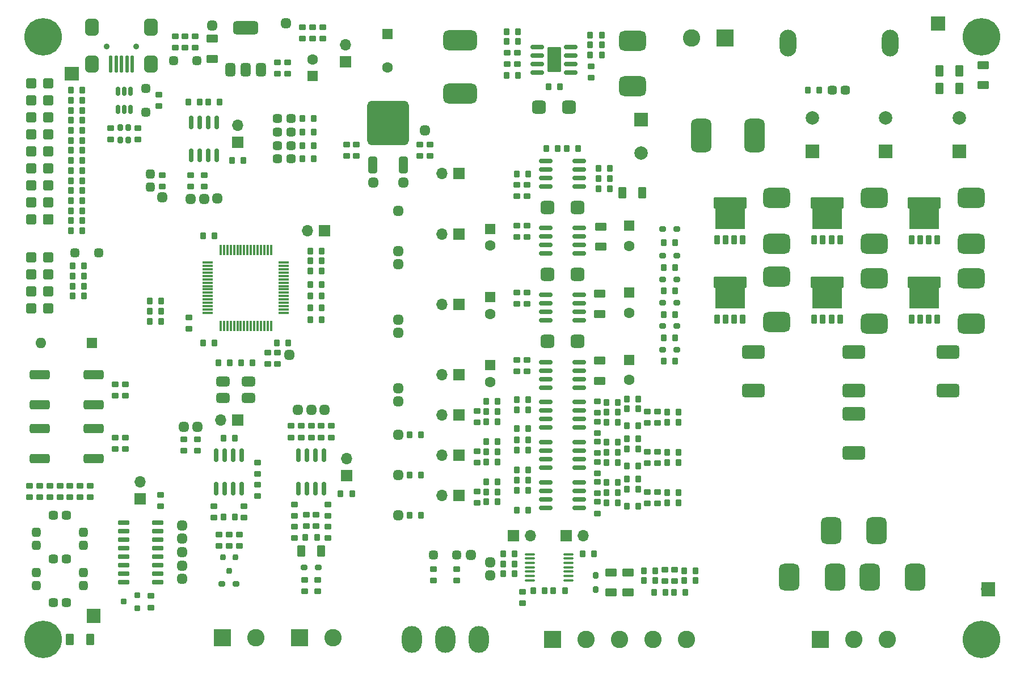
<source format=gbr>
%TF.GenerationSoftware,KiCad,Pcbnew,8.0.4*%
%TF.CreationDate,2024-09-01T17:29:22+03:00*%
%TF.ProjectId,STM32_Motor_Kit_v0.1,53544d33-325f-44d6-9f74-6f725f4b6974,rev?*%
%TF.SameCoordinates,Original*%
%TF.FileFunction,Soldermask,Top*%
%TF.FilePolarity,Negative*%
%FSLAX45Y45*%
G04 Gerber Fmt 4.5, Leading zero omitted, Abs format (unit mm)*
G04 Created by KiCad (PCBNEW 8.0.4) date 2024-09-01 17:29:22*
%MOMM*%
%LPD*%
G01*
G04 APERTURE LIST*
G04 Aperture macros list*
%AMRoundRect*
0 Rectangle with rounded corners*
0 $1 Rounding radius*
0 $2 $3 $4 $5 $6 $7 $8 $9 X,Y pos of 4 corners*
0 Add a 4 corners polygon primitive as box body*
4,1,4,$2,$3,$4,$5,$6,$7,$8,$9,$2,$3,0*
0 Add four circle primitives for the rounded corners*
1,1,$1+$1,$2,$3*
1,1,$1+$1,$4,$5*
1,1,$1+$1,$6,$7*
1,1,$1+$1,$8,$9*
0 Add four rect primitives between the rounded corners*
20,1,$1+$1,$2,$3,$4,$5,0*
20,1,$1+$1,$4,$5,$6,$7,0*
20,1,$1+$1,$6,$7,$8,$9,0*
20,1,$1+$1,$8,$9,$2,$3,0*%
%AMFreePoly0*
4,1,21,3.024497,2.399497,3.045000,2.350000,3.045000,-2.350000,3.024497,-2.399497,2.975000,-2.420000,1.425000,-2.420000,1.375503,-2.399497,1.355000,-2.350000,1.355000,-2.170000,-1.650000,-2.170000,-1.699497,-2.149497,-1.720000,-2.100000,-1.720000,2.100000,-1.699497,2.149497,-1.650000,2.170000,1.355000,2.170000,1.355000,2.350000,1.375503,2.399497,1.425000,2.420000,2.975000,2.420000,
3.024497,2.399497,3.024497,2.399497,$1*%
%AMFreePoly1*
4,1,25,-0.800000,0.400000,-0.780423,0.523607,-0.723607,0.635114,-0.635114,0.723607,-0.523607,0.780423,-0.400000,0.800000,0.400000,0.800000,0.523607,0.780423,0.635114,0.723607,0.723607,0.635114,0.780423,0.523607,0.800000,0.400000,0.800000,-0.400000,0.780423,-0.523607,0.723607,-0.635114,0.635114,-0.723607,0.523607,-0.780423,0.400000,-0.800000,-0.400000,-0.800000,-0.523607,-0.780423,
-0.635114,-0.723607,-0.723607,-0.635114,-0.780423,-0.523607,-0.800000,-0.400000,-0.800000,0.400000,-0.800000,0.400000,$1*%
G04 Aperture macros list end*
%ADD10C,0.100000*%
%ADD11RoundRect,0.180000X-0.270000X-0.320000X0.270000X-0.320000X0.270000X0.320000X-0.270000X0.320000X0*%
%ADD12RoundRect,0.325000X0.325000X0.325000X-0.325000X0.325000X-0.325000X-0.325000X0.325000X-0.325000X0*%
%ADD13RoundRect,0.180000X-0.320000X0.270000X-0.320000X-0.270000X0.320000X-0.270000X0.320000X0.270000X0*%
%ADD14R,1.700000X1.700000*%
%ADD15O,1.700000X1.700000*%
%ADD16RoundRect,0.150000X0.825000X0.150000X-0.825000X0.150000X-0.825000X-0.150000X0.825000X-0.150000X0*%
%ADD17RoundRect,0.499500X-0.250500X-0.250500X0.250500X-0.250500X0.250500X0.250500X-0.250500X0.250500X0*%
%ADD18RoundRect,0.180000X0.270000X0.320000X-0.270000X0.320000X-0.270000X-0.320000X0.270000X-0.320000X0*%
%ADD19RoundRect,0.162500X-0.162500X0.487500X-0.162500X-0.487500X0.162500X-0.487500X0.162500X0.487500X0*%
%ADD20RoundRect,0.200000X0.200000X0.300000X-0.200000X0.300000X-0.200000X-0.300000X0.200000X-0.300000X0*%
%ADD21R,1.600000X1.600000*%
%ADD22C,1.600000*%
%ADD23RoundRect,0.180000X0.320000X-0.270000X0.320000X0.270000X-0.320000X0.270000X-0.320000X-0.270000X0*%
%ADD24RoundRect,0.325000X0.337500X0.325000X-0.337500X0.325000X-0.337500X-0.325000X0.337500X-0.325000X0*%
%ADD25RoundRect,0.210000X-0.210000X-0.485000X0.210000X-0.485000X0.210000X0.485000X-0.210000X0.485000X0*%
%ADD26FreePoly0,90.000000*%
%ADD27RoundRect,0.400000X0.400000X0.400000X-0.400000X0.400000X-0.400000X-0.400000X0.400000X-0.400000X0*%
%ADD28C,0.800000*%
%ADD29C,5.600000*%
%ADD30RoundRect,0.325000X-0.325000X-0.325000X0.325000X-0.325000X0.325000X0.325000X-0.325000X0.325000X0*%
%ADD31RoundRect,0.325000X-0.337500X-0.325000X0.337500X-0.325000X0.337500X0.325000X-0.337500X0.325000X0*%
%ADD32RoundRect,0.499500X0.250500X0.250500X-0.250500X0.250500X-0.250500X-0.250500X0.250500X-0.250500X0*%
%ADD33RoundRect,0.350000X-1.150000X-0.350000X1.150000X-0.350000X1.150000X0.350000X-1.150000X0.350000X0*%
%ADD34RoundRect,0.200000X-0.300000X-0.200000X0.300000X-0.200000X0.300000X0.200000X-0.300000X0.200000X0*%
%ADD35RoundRect,0.240000X-0.610000X0.360000X-0.610000X-0.360000X0.610000X-0.360000X0.610000X0.360000X0*%
%ADD36R,2.000000X2.000000*%
%ADD37C,2.000000*%
%ADD38RoundRect,0.750000X-1.250000X-0.750000X1.250000X-0.750000X1.250000X0.750000X-1.250000X0.750000X0*%
%ADD39RoundRect,0.150000X-0.825000X-0.150000X0.825000X-0.150000X0.825000X0.150000X-0.825000X0.150000X0*%
%ADD40RoundRect,0.499500X-0.250500X0.250500X-0.250500X-0.250500X0.250500X-0.250500X0.250500X0.250500X0*%
%ADD41RoundRect,0.240000X-0.360000X-0.610000X0.360000X-0.610000X0.360000X0.610000X-0.360000X0.610000X0*%
%ADD42O,1.600000X1.600000*%
%ADD43RoundRect,0.750000X0.750000X-1.250000X0.750000X1.250000X-0.750000X1.250000X-0.750000X-1.250000X0*%
%ADD44RoundRect,0.375000X0.625000X0.375000X-0.625000X0.375000X-0.625000X-0.375000X0.625000X-0.375000X0*%
%ADD45RoundRect,0.325000X0.325000X-0.325000X0.325000X0.325000X-0.325000X0.325000X-0.325000X-0.325000X0*%
%ADD46RoundRect,0.400000X-1.300000X0.600000X-1.300000X-0.600000X1.300000X-0.600000X1.300000X0.600000X0*%
%ADD47C,0.900000*%
%ADD48RoundRect,0.125000X0.125000X1.125000X-0.125000X1.125000X-0.125000X-1.125000X0.125000X-1.125000X0*%
%ADD49RoundRect,0.500000X0.500000X0.750000X-0.500000X0.750000X-0.500000X-0.750000X0.500000X-0.750000X0*%
%ADD50RoundRect,0.325000X0.325000X-0.337500X0.325000X0.337500X-0.325000X0.337500X-0.325000X-0.337500X0*%
%ADD51R,2.600000X2.600000*%
%ADD52C,2.600000*%
%ADD53RoundRect,0.750000X0.750000X1.750000X-0.750000X1.750000X-0.750000X-1.750000X0.750000X-1.750000X0*%
%ADD54RoundRect,0.100000X-0.637500X-0.100000X0.637500X-0.100000X0.637500X0.100000X-0.637500X0.100000X0*%
%ADD55O,2.500000X4.000000*%
%ADD56RoundRect,0.500000X0.550000X0.500000X-0.550000X0.500000X-0.550000X-0.500000X0.550000X-0.500000X0*%
%ADD57RoundRect,0.499500X0.250500X-0.250500X0.250500X0.250500X-0.250500X0.250500X-0.250500X-0.250500X0*%
%ADD58RoundRect,0.200000X-0.200000X0.250000X-0.200000X-0.250000X0.200000X-0.250000X0.200000X0.250000X0*%
%ADD59RoundRect,0.150000X-0.150000X0.825000X-0.150000X-0.825000X0.150000X-0.825000X0.150000X0.825000X0*%
%ADD60RoundRect,0.150000X-0.725000X-0.150000X0.725000X-0.150000X0.725000X0.150000X-0.725000X0.150000X0*%
%ADD61RoundRect,0.500000X-0.550000X-0.500000X0.550000X-0.500000X0.550000X0.500000X-0.550000X0.500000X0*%
%ADD62RoundRect,0.375000X0.375000X-0.625000X0.375000X0.625000X-0.375000X0.625000X-0.375000X-0.625000X0*%
%ADD63RoundRect,0.500000X1.400000X-0.500000X1.400000X0.500000X-1.400000X0.500000X-1.400000X-0.500000X0*%
%ADD64RoundRect,0.350000X0.350000X-0.900000X0.350000X0.900000X-0.350000X0.900000X-0.350000X-0.900000X0*%
%ADD65RoundRect,0.620000X2.480000X-2.680000X2.480000X2.680000X-2.480000X2.680000X-2.480000X-2.680000X0*%
%ADD66RoundRect,0.075000X0.075000X-0.700000X0.075000X0.700000X-0.075000X0.700000X-0.075000X-0.700000X0*%
%ADD67RoundRect,0.075000X0.700000X-0.075000X0.700000X0.075000X-0.700000X0.075000X-0.700000X-0.075000X0*%
%ADD68FreePoly1,180.000000*%
%ADD69RoundRect,0.750000X1.750000X-0.750000X1.750000X0.750000X-1.750000X0.750000X-1.750000X-0.750000X0*%
%ADD70O,3.000000X4.000000*%
%ADD71RoundRect,0.200000X0.800000X1.700000X-0.800000X1.700000X-0.800000X-1.700000X0.800000X-1.700000X0*%
%ADD72RoundRect,0.200000X-0.200000X0.300000X-0.200000X-0.300000X0.200000X-0.300000X0.200000X0.300000X0*%
%ADD73RoundRect,0.750000X1.250000X0.750000X-1.250000X0.750000X-1.250000X-0.750000X1.250000X-0.750000X0*%
%ADD74RoundRect,0.200000X0.250000X0.200000X-0.250000X0.200000X-0.250000X-0.200000X0.250000X-0.200000X0*%
%ADD75RoundRect,0.240000X0.610000X-0.360000X0.610000X0.360000X-0.610000X0.360000X-0.610000X-0.360000X0*%
G04 APERTURE END LIST*
D10*
%TO.C,FID4*%
X19700000Y-13850000D02*
X19500000Y-13850000D01*
X19500000Y-13650000D01*
X19700000Y-13650000D01*
X19700000Y-13850000D01*
G36*
X19700000Y-13850000D02*
G01*
X19500000Y-13850000D01*
X19500000Y-13650000D01*
X19700000Y-13650000D01*
X19700000Y-13850000D01*
G37*
%TO.C,FID2*%
X18950000Y-5400000D02*
X18750000Y-5400000D01*
X18750000Y-5200000D01*
X18950000Y-5200000D01*
X18950000Y-5400000D01*
G36*
X18950000Y-5400000D02*
G01*
X18750000Y-5400000D01*
X18750000Y-5200000D01*
X18950000Y-5200000D01*
X18950000Y-5400000D01*
G37*
%TO.C,FID1*%
X6025000Y-6150000D02*
X5825000Y-6150000D01*
X5825000Y-5950000D01*
X6025000Y-5950000D01*
X6025000Y-6150000D01*
G36*
X6025000Y-6150000D02*
G01*
X5825000Y-6150000D01*
X5825000Y-5950000D01*
X6025000Y-5950000D01*
X6025000Y-6150000D01*
G37*
%TO.C,FID3*%
X6350000Y-14250000D02*
X6150000Y-14250000D01*
X6150000Y-14050000D01*
X6350000Y-14050000D01*
X6350000Y-14250000D01*
G36*
X6350000Y-14250000D02*
G01*
X6150000Y-14250000D01*
X6150000Y-14050000D01*
X6350000Y-14050000D01*
X6350000Y-14250000D01*
G37*
%TD*%
D11*
%TO.C,R50*%
X14765000Y-9650000D03*
X14935000Y-9650000D03*
%TD*%
D12*
%TO.C,D9*%
X6325000Y-8725000D03*
X5975000Y-8725000D03*
%TD*%
D13*
%TO.C,R24*%
X8425000Y-12940000D03*
X8425000Y-13110000D03*
%TD*%
D14*
%TO.C,JP13*%
X10025000Y-12052500D03*
D15*
X10025000Y-11798500D03*
%TD*%
D16*
%TO.C,U3*%
X13497500Y-7740500D03*
X13497500Y-7613500D03*
X13497500Y-7486500D03*
X13497500Y-7359500D03*
X13002500Y-7359500D03*
X13002500Y-7486500D03*
X13002500Y-7613500D03*
X13002500Y-7740500D03*
%TD*%
D17*
%TO.C,TP6*%
X11200000Y-6900000D03*
%TD*%
D18*
%TO.C,R106*%
X6085000Y-8250000D03*
X5915000Y-8250000D03*
%TD*%
D19*
%TO.C,U17*%
X6805000Y-6315000D03*
X6710000Y-6315000D03*
X6615000Y-6315000D03*
X6615000Y-6585000D03*
X6710000Y-6585000D03*
X6805000Y-6585000D03*
%TD*%
D11*
%TO.C,R63*%
X10965000Y-12050000D03*
X11135000Y-12050000D03*
%TD*%
D13*
%TO.C,C95*%
X9750000Y-12815000D03*
X9750000Y-12985000D03*
%TD*%
D20*
%TO.C,L3*%
X6770000Y-7040000D03*
X6770000Y-6860000D03*
X6650000Y-6860000D03*
X6650000Y-7040000D03*
%TD*%
D21*
%TO.C,C57*%
X14245000Y-10325000D03*
D22*
X14245000Y-10625000D03*
%TD*%
D18*
%TO.C,C2*%
X8285000Y-10375000D03*
X8115000Y-10375000D03*
%TD*%
D23*
%TO.C,R80*%
X9350000Y-11485000D03*
X9350000Y-11315000D03*
%TD*%
D24*
%TO.C,D38*%
X5850000Y-12650000D03*
X5650000Y-12650000D03*
%TD*%
D18*
%TO.C,C17*%
X13180000Y-7170000D03*
X13010000Y-7170000D03*
%TD*%
%TO.C,C111*%
X12735000Y-11075000D03*
X12565000Y-11075000D03*
%TD*%
D25*
%TO.C,Q6*%
X18459000Y-9717000D03*
X18586000Y-9717000D03*
X18714000Y-9717000D03*
X18841000Y-9717000D03*
D26*
X18650000Y-9390000D03*
%TD*%
D14*
%TO.C,JP4*%
X8402500Y-11225000D03*
D15*
X8148500Y-11225000D03*
%TD*%
D11*
%TO.C,R32*%
X14810000Y-12460000D03*
X14980000Y-12460000D03*
%TD*%
D21*
%TO.C,C43*%
X12170000Y-8369489D03*
D22*
X12170000Y-8619489D03*
%TD*%
D27*
%TO.C,J2*%
X5573500Y-9555000D03*
X5319500Y-9555000D03*
X5573500Y-9301000D03*
X5319500Y-9301000D03*
X5573500Y-9047000D03*
X5319500Y-9047000D03*
X5573500Y-8793000D03*
X5319500Y-8793000D03*
%TD*%
D13*
%TO.C,C28*%
X12425000Y-5740000D03*
X12425000Y-5910000D03*
%TD*%
D11*
%TO.C,C89*%
X15065000Y-13475000D03*
X15235000Y-13475000D03*
%TD*%
%TO.C,R9*%
X12565000Y-7550000D03*
X12735000Y-7550000D03*
%TD*%
D23*
%TO.C,C102*%
X6575000Y-11660000D03*
X6575000Y-11490000D03*
%TD*%
D28*
%TO.C,H2*%
X19280000Y-5500000D03*
X19350000Y-5350000D03*
X19350000Y-5650000D03*
X19500000Y-5280000D03*
D29*
X19500000Y-5500000D03*
D28*
X19500000Y-5720000D03*
X19650000Y-5350000D03*
X19650000Y-5650000D03*
X19720000Y-5500000D03*
%TD*%
D30*
%TO.C,D3*%
X7445000Y-5855000D03*
X7795000Y-5855000D03*
%TD*%
D18*
%TO.C,R12*%
X12585000Y-6075000D03*
X12415000Y-6075000D03*
%TD*%
D11*
%TO.C,C69*%
X14210000Y-11660000D03*
X14380000Y-11660000D03*
%TD*%
%TO.C,C87*%
X13550000Y-13225000D03*
X13720000Y-13225000D03*
%TD*%
D31*
%TO.C,D8*%
X9000000Y-6725000D03*
X9200000Y-6725000D03*
%TD*%
D32*
%TO.C,TP18*%
X12175000Y-13350000D03*
%TD*%
D11*
%TO.C,C107*%
X14210000Y-10910000D03*
X14380000Y-10910000D03*
%TD*%
D17*
%TO.C,TP33*%
X7275000Y-7900000D03*
%TD*%
D23*
%TO.C,R53*%
X13770000Y-11420000D03*
X13770000Y-11250000D03*
%TD*%
D18*
%TO.C,C35*%
X6110000Y-9375000D03*
X5940000Y-9375000D03*
%TD*%
D23*
%TO.C,C27*%
X11125000Y-7285000D03*
X11125000Y-7115000D03*
%TD*%
D18*
%TO.C,R68*%
X12285000Y-11250000D03*
X12115000Y-11250000D03*
%TD*%
D33*
%TO.C,SW3*%
X5450000Y-11350000D03*
X6250000Y-11350000D03*
X5450000Y-11800000D03*
X6250000Y-11800000D03*
%TD*%
D23*
%TO.C,R82*%
X9500000Y-11485000D03*
X9500000Y-11315000D03*
%TD*%
D34*
%TO.C,D15*%
X14745000Y-8375000D03*
X14955000Y-8375000D03*
%TD*%
D11*
%TO.C,R42*%
X13910000Y-12310000D03*
X14080000Y-12310000D03*
%TD*%
D23*
%TO.C,R55*%
X13770000Y-12620000D03*
X13770000Y-12450000D03*
%TD*%
D11*
%TO.C,R38*%
X13910000Y-11110000D03*
X14080000Y-11110000D03*
%TD*%
%TO.C,R15*%
X9365000Y-7325000D03*
X9535000Y-7325000D03*
%TD*%
D13*
%TO.C,R103*%
X6725000Y-11490000D03*
X6725000Y-11660000D03*
%TD*%
D11*
%TO.C,C68*%
X14210000Y-11910000D03*
X14380000Y-11910000D03*
%TD*%
D18*
%TO.C,R13*%
X12585000Y-5575000D03*
X12415000Y-5575000D03*
%TD*%
D23*
%TO.C,C12*%
X9145000Y-6055000D03*
X9145000Y-5885000D03*
%TD*%
D25*
%TO.C,Q4*%
X17009000Y-9717000D03*
X17136000Y-9717000D03*
X17264000Y-9717000D03*
X17391000Y-9717000D03*
D26*
X17200000Y-9390000D03*
%TD*%
D35*
%TO.C,C90*%
X13975000Y-13500000D03*
X13975000Y-13800000D03*
%TD*%
D14*
%TO.C,JP10*%
X11702500Y-12350000D03*
D15*
X11448500Y-12350000D03*
%TD*%
D13*
%TO.C,C49*%
X12720000Y-8325000D03*
X12720000Y-8495000D03*
%TD*%
D35*
%TO.C,C16*%
X8020000Y-5530000D03*
X8020000Y-5830000D03*
%TD*%
D36*
%TO.C,C19*%
X14425000Y-6738232D03*
D37*
X14425000Y-7238232D03*
%TD*%
D38*
%TO.C,D26*%
X19350000Y-9110000D03*
X19350000Y-9790000D03*
%TD*%
D14*
%TO.C,JP6*%
X11702500Y-8450000D03*
D15*
X11448500Y-8450000D03*
%TD*%
D23*
%TO.C,R93*%
X6050000Y-12375000D03*
X6050000Y-12205000D03*
%TD*%
D38*
%TO.C,D25*%
X19350000Y-7910000D03*
X19350000Y-8590000D03*
%TD*%
D17*
%TO.C,TP25*%
X7575000Y-13600000D03*
%TD*%
D39*
%TO.C,U8*%
X13002500Y-9359500D03*
X13002500Y-9486500D03*
X13002500Y-9613500D03*
X13002500Y-9740500D03*
X13497500Y-9740500D03*
X13497500Y-9613500D03*
X13497500Y-9486500D03*
X13497500Y-9359500D03*
%TD*%
D40*
%TO.C,TP13*%
X10800000Y-9925000D03*
%TD*%
D35*
%TO.C,C54*%
X13805000Y-9340000D03*
X13805000Y-9640000D03*
%TD*%
D41*
%TO.C,C74*%
X5900000Y-14500000D03*
X6200000Y-14500000D03*
%TD*%
D18*
%TO.C,C8*%
X9660000Y-9000000D03*
X9490000Y-9000000D03*
%TD*%
D38*
%TO.C,D17*%
X16450000Y-7910000D03*
X16450000Y-8590000D03*
%TD*%
D21*
%TO.C,C45*%
X12170000Y-10409489D03*
D22*
X12170000Y-10659489D03*
%TD*%
D24*
%TO.C,D44*%
X5850000Y-13950000D03*
X5650000Y-13950000D03*
%TD*%
D23*
%TO.C,R48*%
X13770000Y-12320000D03*
X13770000Y-12150000D03*
%TD*%
D17*
%TO.C,TP23*%
X9175000Y-10250000D03*
%TD*%
D13*
%TO.C,C46*%
X12570000Y-8325000D03*
X12570000Y-8495000D03*
%TD*%
D37*
%TO.C,FID4*%
X19600000Y-13750000D03*
%TD*%
D11*
%TO.C,R29*%
X14810000Y-11110000D03*
X14980000Y-11110000D03*
%TD*%
%TO.C,R28*%
X14810000Y-11260000D03*
X14980000Y-11260000D03*
%TD*%
%TO.C,R30*%
X14810000Y-11860000D03*
X14980000Y-11860000D03*
%TD*%
D40*
%TO.C,TP11*%
X10800000Y-10750000D03*
%TD*%
D21*
%TO.C,SW1*%
X6225000Y-10075000D03*
D42*
X5463000Y-10075000D03*
%TD*%
D13*
%TO.C,C4*%
X7675000Y-9690000D03*
X7675000Y-9860000D03*
%TD*%
%TO.C,C39*%
X8500000Y-12515000D03*
X8500000Y-12685000D03*
%TD*%
%TO.C,C37*%
X7600000Y-11515000D03*
X7600000Y-11685000D03*
%TD*%
D33*
%TO.C,SW2*%
X5450000Y-10550000D03*
X6250000Y-10550000D03*
X5450000Y-11000000D03*
X6250000Y-11000000D03*
%TD*%
D36*
%TO.C,C58*%
X18075000Y-7211768D03*
D37*
X18075000Y-6711768D03*
%TD*%
D13*
%TO.C,FB2*%
X9425000Y-12640000D03*
X9425000Y-12810000D03*
%TD*%
D31*
%TO.C,D7*%
X9000000Y-6925000D03*
X9200000Y-6925000D03*
%TD*%
D37*
%TO.C,FID2*%
X18850000Y-5300000D03*
%TD*%
D43*
%TO.C,D29*%
X17835000Y-13575000D03*
X18515000Y-13575000D03*
%TD*%
D23*
%TO.C,R8*%
X7470000Y-5665000D03*
X7470000Y-5495000D03*
%TD*%
D44*
%TO.C,Y1*%
X8565000Y-10650000D03*
X8185000Y-10650000D03*
X8185000Y-10900000D03*
X8565000Y-10900000D03*
%TD*%
D18*
%TO.C,R111*%
X6085000Y-7650000D03*
X5915000Y-7650000D03*
%TD*%
D17*
%TO.C,TP24*%
X11880000Y-13241750D03*
%TD*%
D13*
%TO.C,R25*%
X8125000Y-12940000D03*
X8125000Y-13110000D03*
%TD*%
D21*
%TO.C,C53*%
X14245000Y-8325000D03*
D22*
X14245000Y-8625000D03*
%TD*%
D13*
%TO.C,R22*%
X8700000Y-11865000D03*
X8700000Y-12035000D03*
%TD*%
D18*
%TO.C,R11*%
X13835000Y-5625000D03*
X13665000Y-5625000D03*
%TD*%
D14*
%TO.C,JP12*%
X13307500Y-12950000D03*
D15*
X13561500Y-12950000D03*
%TD*%
D45*
%TO.C,D33*%
X7030000Y-6625000D03*
X7030000Y-6275000D03*
%TD*%
D13*
%TO.C,C110*%
X12570000Y-7715000D03*
X12570000Y-7885000D03*
%TD*%
D11*
%TO.C,C70*%
X14210000Y-12510000D03*
X14380000Y-12510000D03*
%TD*%
D18*
%TO.C,R110*%
X6085000Y-7350000D03*
X5915000Y-7350000D03*
%TD*%
D40*
%TO.C,TP10*%
X10800000Y-9725000D03*
%TD*%
D18*
%TO.C,C79*%
X12285000Y-11550000D03*
X12115000Y-11550000D03*
%TD*%
D34*
%TO.C,D16*%
X14745000Y-8775000D03*
X14955000Y-8775000D03*
%TD*%
D46*
%TO.C,R36*%
X16100000Y-10210000D03*
X16100000Y-10790000D03*
%TD*%
D11*
%TO.C,R20*%
X5940000Y-9075000D03*
X6110000Y-9075000D03*
%TD*%
%TO.C,R17*%
X9365000Y-6925000D03*
X9535000Y-6925000D03*
%TD*%
D16*
%TO.C,U10*%
X13497500Y-11340500D03*
X13497500Y-11213500D03*
X13497500Y-11086500D03*
X13497500Y-10959500D03*
X13002500Y-10959500D03*
X13002500Y-11086500D03*
X13002500Y-11213500D03*
X13002500Y-11340500D03*
%TD*%
D23*
%TO.C,R54*%
X13770000Y-12020000D03*
X13770000Y-11850000D03*
%TD*%
D47*
%TO.C,J8*%
X6890000Y-5650000D03*
X6450000Y-5650000D03*
D48*
X6830000Y-5910000D03*
X6750000Y-5910000D03*
X6670000Y-5910000D03*
X6590000Y-5910000D03*
X6510000Y-5910000D03*
D49*
X7110000Y-5910000D03*
X7110000Y-5360000D03*
X6230000Y-5910000D03*
X6230000Y-5360000D03*
%TD*%
D11*
%TO.C,R40*%
X13910000Y-11710000D03*
X14080000Y-11710000D03*
%TD*%
D50*
%TO.C,D45*%
X7100000Y-7750000D03*
X7100000Y-7550000D03*
%TD*%
D34*
%TO.C,D19*%
X14745000Y-9125000D03*
X14955000Y-9125000D03*
%TD*%
D18*
%TO.C,C13*%
X13955000Y-7770000D03*
X13785000Y-7770000D03*
%TD*%
D23*
%TO.C,C94*%
X9250000Y-12660000D03*
X9250000Y-12490000D03*
%TD*%
%TO.C,R89*%
X9000000Y-10385000D03*
X9000000Y-10215000D03*
%TD*%
D18*
%TO.C,R112*%
X6085000Y-7500000D03*
X5915000Y-7500000D03*
%TD*%
D11*
%TO.C,R49*%
X14765000Y-9300000D03*
X14935000Y-9300000D03*
%TD*%
%TO.C,C24*%
X13040000Y-6250000D03*
X13210000Y-6250000D03*
%TD*%
D34*
%TO.C,D24*%
X14745000Y-10175000D03*
X14955000Y-10175000D03*
%TD*%
D40*
%TO.C,TP8*%
X7800000Y-11325000D03*
%TD*%
D13*
%TO.C,C32*%
X9670000Y-5355000D03*
X9670000Y-5525000D03*
%TD*%
D18*
%TO.C,C77*%
X12735000Y-12575000D03*
X12565000Y-12575000D03*
%TD*%
%TO.C,R85*%
X6085000Y-6600000D03*
X5915000Y-6600000D03*
%TD*%
D41*
%TO.C,R3*%
X14140000Y-7830000D03*
X14440000Y-7830000D03*
%TD*%
D13*
%TO.C,R21*%
X7800000Y-11515000D03*
X7800000Y-11685000D03*
%TD*%
D11*
%TO.C,R41*%
X13910000Y-12460000D03*
X14080000Y-12460000D03*
%TD*%
D18*
%TO.C,R77*%
X15235000Y-13625000D03*
X15065000Y-13625000D03*
%TD*%
D13*
%TO.C,C20*%
X7620000Y-5495000D03*
X7620000Y-5665000D03*
%TD*%
D23*
%TO.C,R92*%
X5600000Y-12375000D03*
X5600000Y-12205000D03*
%TD*%
%TO.C,R97*%
X5300000Y-12375000D03*
X5300000Y-12205000D03*
%TD*%
D11*
%TO.C,R65*%
X12115000Y-11700000D03*
X12285000Y-11700000D03*
%TD*%
D36*
%TO.C,C59*%
X19175000Y-7211768D03*
D37*
X19175000Y-6711768D03*
%TD*%
D11*
%TO.C,R4*%
X13785000Y-7620000D03*
X13955000Y-7620000D03*
%TD*%
D38*
%TO.C,D21*%
X17900000Y-7910000D03*
X17900000Y-8590000D03*
%TD*%
D34*
%TO.C,D20*%
X14745000Y-9475000D03*
X14955000Y-9475000D03*
%TD*%
D28*
%TO.C,H4*%
X19280000Y-14500000D03*
X19350000Y-14350000D03*
X19350000Y-14650000D03*
X19500000Y-14280000D03*
D29*
X19500000Y-14500000D03*
D28*
X19500000Y-14720000D03*
X19650000Y-14350000D03*
X19650000Y-14650000D03*
X19720000Y-14500000D03*
%TD*%
D16*
%TO.C,U11*%
X13497500Y-11940500D03*
X13497500Y-11813500D03*
X13497500Y-11686500D03*
X13497500Y-11559500D03*
X13002500Y-11559500D03*
X13002500Y-11686500D03*
X13002500Y-11813500D03*
X13002500Y-11940500D03*
%TD*%
D21*
%TO.C,C31*%
X10640000Y-5459735D03*
D22*
X10640000Y-5959735D03*
%TD*%
D51*
%TO.C,J3*%
X8175000Y-14480500D03*
D52*
X8675000Y-14480500D03*
%TD*%
D35*
%TO.C,C52*%
X13820000Y-8340000D03*
X13820000Y-8640000D03*
%TD*%
D11*
%TO.C,R39*%
X13910000Y-11860000D03*
X14080000Y-11860000D03*
%TD*%
D18*
%TO.C,R107*%
X6085000Y-8100000D03*
X5915000Y-8100000D03*
%TD*%
D13*
%TO.C,TH3*%
X9400000Y-13614500D03*
X9400000Y-13784500D03*
%TD*%
D18*
%TO.C,C7*%
X9660000Y-8850000D03*
X9490000Y-8850000D03*
%TD*%
D53*
%TO.C,L1*%
X16120000Y-6975000D03*
X15320000Y-6975000D03*
%TD*%
D11*
%TO.C,R37*%
X13910000Y-11260000D03*
X14080000Y-11260000D03*
%TD*%
%TO.C,C5*%
X8990000Y-10075000D03*
X9160000Y-10075000D03*
%TD*%
D18*
%TO.C,R73*%
X12985000Y-13775000D03*
X12815000Y-13775000D03*
%TD*%
D31*
%TO.C,D6*%
X9000000Y-7125000D03*
X9200000Y-7125000D03*
%TD*%
D34*
%TO.C,D23*%
X14745000Y-9825000D03*
X14955000Y-9825000D03*
%TD*%
D32*
%TO.C,TP2*%
X10425000Y-7675000D03*
%TD*%
D23*
%TO.C,R74*%
X14775000Y-13635000D03*
X14775000Y-13465000D03*
%TD*%
D11*
%TO.C,C109*%
X14210000Y-12110000D03*
X14380000Y-12110000D03*
%TD*%
D18*
%TO.C,R100*%
X7835000Y-6475000D03*
X7665000Y-6475000D03*
%TD*%
D54*
%TO.C,U13*%
X12763750Y-13230000D03*
X12763750Y-13295000D03*
X12763750Y-13360000D03*
X12763750Y-13425000D03*
X12763750Y-13490000D03*
X12763750Y-13555000D03*
X12763750Y-13620000D03*
X13336250Y-13620000D03*
X13336250Y-13555000D03*
X13336250Y-13490000D03*
X13336250Y-13425000D03*
X13336250Y-13360000D03*
X13336250Y-13295000D03*
X13336250Y-13230000D03*
%TD*%
D13*
%TO.C,C30*%
X12575000Y-5740000D03*
X12575000Y-5910000D03*
%TD*%
D14*
%TO.C,JP7*%
X11705000Y-9500000D03*
D15*
X11451000Y-9500000D03*
%TD*%
D23*
%TO.C,C23*%
X10175000Y-7285000D03*
X10175000Y-7115000D03*
%TD*%
D51*
%TO.C,J5*%
X13100000Y-14500000D03*
D52*
X13600000Y-14500000D03*
X14100000Y-14500000D03*
X14600000Y-14500000D03*
X15100000Y-14500000D03*
%TD*%
D18*
%TO.C,R104*%
X6085000Y-6900000D03*
X5915000Y-6900000D03*
%TD*%
%TO.C,C96*%
X9585000Y-12975000D03*
X9415000Y-12975000D03*
%TD*%
D23*
%TO.C,C42*%
X8275000Y-13110000D03*
X8275000Y-12940000D03*
%TD*%
D18*
%TO.C,R115*%
X6085000Y-7950000D03*
X5915000Y-7950000D03*
%TD*%
D41*
%TO.C,R26*%
X18875000Y-6015000D03*
X19175000Y-6015000D03*
%TD*%
D55*
%TO.C,F1*%
X16613000Y-5600000D03*
X18137000Y-5600000D03*
%TD*%
D11*
%TO.C,R18*%
X9365000Y-6725000D03*
X9535000Y-6725000D03*
%TD*%
%TO.C,R56*%
X12565000Y-10925000D03*
X12735000Y-10925000D03*
%TD*%
D50*
%TO.C,D39*%
X5400000Y-13100000D03*
X5400000Y-12900000D03*
%TD*%
D13*
%TO.C,R90*%
X7105000Y-13855000D03*
X7105000Y-14025000D03*
%TD*%
D11*
%TO.C,C67*%
X14210000Y-11060000D03*
X14380000Y-11060000D03*
%TD*%
D56*
%TO.C,D13*%
X13475000Y-9050000D03*
X13025000Y-9050000D03*
%TD*%
D11*
%TO.C,C25*%
X13665000Y-5475000D03*
X13835000Y-5475000D03*
%TD*%
%TO.C,C108*%
X14210000Y-11510000D03*
X14380000Y-11510000D03*
%TD*%
D23*
%TO.C,C63*%
X14520000Y-11270000D03*
X14520000Y-11100000D03*
%TD*%
D13*
%TO.C,TH2*%
X9600000Y-13614500D03*
X9600000Y-13784500D03*
%TD*%
D57*
%TO.C,TP32*%
X7700000Y-7925000D03*
%TD*%
D23*
%TO.C,C14*%
X8995000Y-6055000D03*
X8995000Y-5885000D03*
%TD*%
D18*
%TO.C,R105*%
X6085000Y-6750000D03*
X5915000Y-6750000D03*
%TD*%
D34*
%TO.C,D36*%
X9395000Y-13424500D03*
X9605000Y-13424500D03*
%TD*%
D11*
%TO.C,R67*%
X12115000Y-12300000D03*
X12285000Y-12300000D03*
%TD*%
D23*
%TO.C,R76*%
X14925000Y-13635000D03*
X14925000Y-13465000D03*
%TD*%
D43*
%TO.C,D27*%
X17260000Y-12875000D03*
X17940000Y-12875000D03*
%TD*%
D18*
%TO.C,C73*%
X12735000Y-12275000D03*
X12565000Y-12275000D03*
%TD*%
%TO.C,C40*%
X8360000Y-12675000D03*
X8190000Y-12675000D03*
%TD*%
D13*
%TO.C,C97*%
X9250000Y-12815000D03*
X9250000Y-12985000D03*
%TD*%
D58*
%TO.C,D10*%
X8370000Y-13275000D03*
X8180000Y-13275000D03*
X8275000Y-13475000D03*
%TD*%
D18*
%TO.C,C88*%
X14635000Y-13475000D03*
X14465000Y-13475000D03*
%TD*%
D11*
%TO.C,R60*%
X14765000Y-10350000D03*
X14935000Y-10350000D03*
%TD*%
%TO.C,R5*%
X13785000Y-7470000D03*
X13955000Y-7470000D03*
%TD*%
%TO.C,R6*%
X16915000Y-6300000D03*
X17085000Y-6300000D03*
%TD*%
D56*
%TO.C,D14*%
X13475000Y-10050000D03*
X13025000Y-10050000D03*
%TD*%
D17*
%TO.C,TP29*%
X7575000Y-13400000D03*
%TD*%
D35*
%TO.C,C115*%
X19525000Y-5925000D03*
X19525000Y-6225000D03*
%TD*%
D46*
%TO.C,R61*%
X19000000Y-10210000D03*
X19000000Y-10790000D03*
%TD*%
D11*
%TO.C,C38*%
X8190000Y-11500000D03*
X8360000Y-11500000D03*
%TD*%
D57*
%TO.C,TP31*%
X7900000Y-7925000D03*
%TD*%
D51*
%TO.C,J1*%
X15675000Y-5519500D03*
D52*
X15175000Y-5519500D03*
%TD*%
D17*
%TO.C,TP3*%
X10800000Y-8100000D03*
%TD*%
D34*
%TO.C,D11*%
X8170000Y-13675000D03*
X8380000Y-13675000D03*
%TD*%
D13*
%TO.C,FB1*%
X9575000Y-12640000D03*
X9575000Y-12810000D03*
%TD*%
%TO.C,C50*%
X12720000Y-9325000D03*
X12720000Y-9495000D03*
%TD*%
D59*
%TO.C,U6*%
X8465500Y-11752500D03*
X8338500Y-11752500D03*
X8211500Y-11752500D03*
X8084500Y-11752500D03*
X8084500Y-12247500D03*
X8211500Y-12247500D03*
X8338500Y-12247500D03*
X8465500Y-12247500D03*
%TD*%
D60*
%TO.C,U15*%
X6697500Y-12755500D03*
X6697500Y-12882500D03*
X6697500Y-13009500D03*
X6697500Y-13136500D03*
X6697500Y-13263500D03*
X6697500Y-13390500D03*
X6697500Y-13517500D03*
X6697500Y-13644500D03*
X7212500Y-13644500D03*
X7212500Y-13517500D03*
X7212500Y-13390500D03*
X7212500Y-13263500D03*
X7212500Y-13136500D03*
X7212500Y-13009500D03*
X7212500Y-12882500D03*
X7212500Y-12755500D03*
%TD*%
D41*
%TO.C,R27*%
X18875000Y-6275000D03*
X19175000Y-6275000D03*
%TD*%
D14*
%TO.C,JP15*%
X8400000Y-7077500D03*
D15*
X8400000Y-6823500D03*
%TD*%
D61*
%TO.C,D4*%
X12900000Y-6550000D03*
X13350000Y-6550000D03*
%TD*%
D62*
%TO.C,U2*%
X8290000Y-5995000D03*
X8520000Y-5995000D03*
X8750000Y-5995000D03*
D63*
X8520000Y-5365000D03*
%TD*%
D11*
%TO.C,R10*%
X13665000Y-5775000D03*
X13835000Y-5775000D03*
%TD*%
D23*
%TO.C,C93*%
X9750000Y-12660000D03*
X9750000Y-12490000D03*
%TD*%
D17*
%TO.C,TP12*%
X10800000Y-8900000D03*
%TD*%
D18*
%TO.C,R83*%
X12285000Y-12450000D03*
X12115000Y-12450000D03*
%TD*%
D51*
%TO.C,J4*%
X17100000Y-14500000D03*
D52*
X17600000Y-14500000D03*
X18100000Y-14500000D03*
%TD*%
D11*
%TO.C,R1*%
X7090000Y-9750000D03*
X7260000Y-9750000D03*
%TD*%
D35*
%TO.C,C56*%
X13805000Y-10340000D03*
X13805000Y-10640000D03*
%TD*%
D11*
%TO.C,R58*%
X12565000Y-12125000D03*
X12735000Y-12125000D03*
%TD*%
%TO.C,R16*%
X9365000Y-7125000D03*
X9535000Y-7125000D03*
%TD*%
D13*
%TO.C,C91*%
X12650000Y-13790000D03*
X12650000Y-13960000D03*
%TD*%
D11*
%TO.C,C83*%
X9490000Y-9725000D03*
X9660000Y-9725000D03*
%TD*%
D23*
%TO.C,C62*%
X14670000Y-12470000D03*
X14670000Y-12300000D03*
%TD*%
%TO.C,R102*%
X7700000Y-7735000D03*
X7700000Y-7565000D03*
%TD*%
D18*
%TO.C,C86*%
X12535000Y-13225000D03*
X12365000Y-13225000D03*
%TD*%
D13*
%TO.C,C51*%
X12720000Y-10325000D03*
X12720000Y-10495000D03*
%TD*%
D32*
%TO.C,TP4*%
X10875000Y-7675000D03*
%TD*%
D17*
%TO.C,TP9*%
X10800000Y-8700000D03*
%TD*%
D23*
%TO.C,C60*%
X14670000Y-11270000D03*
X14670000Y-11100000D03*
%TD*%
D18*
%TO.C,C76*%
X12735000Y-11975000D03*
X12565000Y-11975000D03*
%TD*%
D21*
%TO.C,C44*%
X12170000Y-9389489D03*
D22*
X12170000Y-9639489D03*
%TD*%
D13*
%TO.C,C104*%
X7230000Y-6365000D03*
X7230000Y-6535000D03*
%TD*%
D25*
%TO.C,Q5*%
X18459000Y-8533500D03*
X18586000Y-8533500D03*
X18714000Y-8533500D03*
X18841000Y-8533500D03*
D26*
X18650000Y-8206500D03*
%TD*%
D38*
%TO.C,D22*%
X17900000Y-9110000D03*
X17900000Y-9790000D03*
%TD*%
D14*
%TO.C,JP3*%
X11702500Y-7540000D03*
D15*
X11448500Y-7540000D03*
%TD*%
D13*
%TO.C,C21*%
X13675000Y-5940000D03*
X13675000Y-6110000D03*
%TD*%
D11*
%TO.C,C82*%
X9490000Y-9550000D03*
X9660000Y-9550000D03*
%TD*%
%TO.C,R59*%
X14765000Y-10000000D03*
X14935000Y-10000000D03*
%TD*%
D64*
%TO.C,U5*%
X10422000Y-7420000D03*
D65*
X10650000Y-6790000D03*
D64*
X10878000Y-7420000D03*
%TD*%
D18*
%TO.C,C84*%
X7260000Y-9450000D03*
X7090000Y-9450000D03*
%TD*%
D11*
%TO.C,R75*%
X14465000Y-13625000D03*
X14635000Y-13625000D03*
%TD*%
D50*
%TO.C,D40*%
X6100000Y-13100000D03*
X6100000Y-12900000D03*
%TD*%
D28*
%TO.C,H3*%
X5280000Y-14500000D03*
X5350000Y-14350000D03*
X5350000Y-14650000D03*
X5500000Y-14280000D03*
D29*
X5500000Y-14500000D03*
D28*
X5500000Y-14720000D03*
X5650000Y-14350000D03*
X5650000Y-14650000D03*
X5720000Y-14500000D03*
%TD*%
D11*
%TO.C,R14*%
X12415000Y-5425000D03*
X12585000Y-5425000D03*
%TD*%
D50*
%TO.C,D43*%
X6100000Y-13700000D03*
X6100000Y-13500000D03*
%TD*%
D17*
%TO.C,TP5*%
X9120000Y-5300000D03*
%TD*%
D11*
%TO.C,R69*%
X12115000Y-11100000D03*
X12285000Y-11100000D03*
%TD*%
D14*
%TO.C,JP9*%
X11702500Y-11750000D03*
D15*
X11448500Y-11750000D03*
%TD*%
D18*
%TO.C,R108*%
X6085000Y-8400000D03*
X5915000Y-8400000D03*
%TD*%
D11*
%TO.C,C66*%
X14210000Y-11310000D03*
X14380000Y-11310000D03*
%TD*%
D13*
%TO.C,R88*%
X11675000Y-13456750D03*
X11675000Y-13626750D03*
%TD*%
D18*
%TO.C,R114*%
X6085000Y-7050000D03*
X5915000Y-7050000D03*
%TD*%
D40*
%TO.C,TP20*%
X9300000Y-11075000D03*
%TD*%
D18*
%TO.C,C36*%
X6110000Y-8925000D03*
X5940000Y-8925000D03*
%TD*%
%TO.C,R113*%
X6085000Y-6300000D03*
X5915000Y-6300000D03*
%TD*%
D31*
%TO.C,D5*%
X9000000Y-7325000D03*
X9200000Y-7325000D03*
%TD*%
D13*
%TO.C,C34*%
X9370000Y-5355000D03*
X9370000Y-5525000D03*
%TD*%
D18*
%TO.C,R79*%
X14785000Y-13800000D03*
X14615000Y-13800000D03*
%TD*%
D40*
%TO.C,TP22*%
X9500000Y-11075000D03*
%TD*%
D11*
%TO.C,C3*%
X8455000Y-10375000D03*
X8625000Y-10375000D03*
%TD*%
D25*
%TO.C,Q3*%
X17009000Y-8533500D03*
X17136000Y-8533500D03*
X17264000Y-8533500D03*
X17391000Y-8533500D03*
D26*
X17200000Y-8206500D03*
%TD*%
D23*
%TO.C,R23*%
X8700000Y-12360000D03*
X8700000Y-12190000D03*
%TD*%
D18*
%TO.C,R66*%
X12285000Y-11850000D03*
X12115000Y-11850000D03*
%TD*%
D23*
%TO.C,R95*%
X5450000Y-12375000D03*
X5450000Y-12205000D03*
%TD*%
D13*
%TO.C,C15*%
X12720000Y-7715000D03*
X12720000Y-7885000D03*
%TD*%
D11*
%TO.C,R19*%
X5940000Y-9225000D03*
X6110000Y-9225000D03*
%TD*%
D13*
%TO.C,C112*%
X11975000Y-11090000D03*
X11975000Y-11260000D03*
%TD*%
D25*
%TO.C,Q1*%
X15559000Y-8533500D03*
X15686000Y-8533500D03*
X15814000Y-8533500D03*
X15941000Y-8533500D03*
D26*
X15750000Y-8206500D03*
%TD*%
D17*
%TO.C,TP17*%
X10800000Y-12650000D03*
%TD*%
D23*
%TO.C,R84*%
X9200000Y-11485000D03*
X9200000Y-11315000D03*
%TD*%
D46*
%TO.C,R51*%
X17600000Y-10210000D03*
X17600000Y-10790000D03*
%TD*%
D11*
%TO.C,C100*%
X8315000Y-7350000D03*
X8485000Y-7350000D03*
%TD*%
D13*
%TO.C,C98*%
X8850000Y-10215000D03*
X8850000Y-10385000D03*
%TD*%
D23*
%TO.C,C64*%
X14520000Y-11870000D03*
X14520000Y-11700000D03*
%TD*%
D18*
%TO.C,R45*%
X14080000Y-11560000D03*
X13910000Y-11560000D03*
%TD*%
D56*
%TO.C,D12*%
X13475000Y-8050000D03*
X13025000Y-8050000D03*
%TD*%
D23*
%TO.C,C41*%
X8050000Y-12685000D03*
X8050000Y-12515000D03*
%TD*%
D40*
%TO.C,TP7*%
X7600000Y-11325000D03*
%TD*%
D17*
%TO.C,TP27*%
X7575000Y-13200000D03*
%TD*%
D18*
%TO.C,C78*%
X12285000Y-10950000D03*
X12115000Y-10950000D03*
%TD*%
D66*
%TO.C,U1*%
X8150000Y-9817500D03*
X8200000Y-9817500D03*
X8250000Y-9817500D03*
X8300000Y-9817500D03*
X8350000Y-9817500D03*
X8400000Y-9817500D03*
X8450000Y-9817500D03*
X8500000Y-9817500D03*
X8550000Y-9817500D03*
X8600000Y-9817500D03*
X8650000Y-9817500D03*
X8700000Y-9817500D03*
X8750000Y-9817500D03*
X8800000Y-9817500D03*
X8850000Y-9817500D03*
X8900000Y-9817500D03*
D67*
X9092500Y-9625000D03*
X9092500Y-9575000D03*
X9092500Y-9525000D03*
X9092500Y-9475000D03*
X9092500Y-9425000D03*
X9092500Y-9375000D03*
X9092500Y-9325000D03*
X9092500Y-9275000D03*
X9092500Y-9225000D03*
X9092500Y-9175000D03*
X9092500Y-9125000D03*
X9092500Y-9075000D03*
X9092500Y-9025000D03*
X9092500Y-8975000D03*
X9092500Y-8925000D03*
X9092500Y-8875000D03*
D66*
X8900000Y-8682500D03*
X8850000Y-8682500D03*
X8800000Y-8682500D03*
X8750000Y-8682500D03*
X8700000Y-8682500D03*
X8650000Y-8682500D03*
X8600000Y-8682500D03*
X8550000Y-8682500D03*
X8500000Y-8682500D03*
X8450000Y-8682500D03*
X8400000Y-8682500D03*
X8350000Y-8682500D03*
X8300000Y-8682500D03*
X8250000Y-8682500D03*
X8200000Y-8682500D03*
X8150000Y-8682500D03*
D67*
X7957500Y-8875000D03*
X7957500Y-8925000D03*
X7957500Y-8975000D03*
X7957500Y-9025000D03*
X7957500Y-9075000D03*
X7957500Y-9125000D03*
X7957500Y-9175000D03*
X7957500Y-9225000D03*
X7957500Y-9275000D03*
X7957500Y-9325000D03*
X7957500Y-9375000D03*
X7957500Y-9425000D03*
X7957500Y-9475000D03*
X7957500Y-9525000D03*
X7957500Y-9575000D03*
X7957500Y-9625000D03*
%TD*%
D50*
%TO.C,D42*%
X5400000Y-13700000D03*
X5400000Y-13500000D03*
%TD*%
D11*
%TO.C,R99*%
X7965000Y-6475000D03*
X8135000Y-6475000D03*
%TD*%
D39*
%TO.C,U9*%
X13002500Y-10359500D03*
X13002500Y-10486500D03*
X13002500Y-10613500D03*
X13002500Y-10740500D03*
X13497500Y-10740500D03*
X13497500Y-10613500D03*
X13497500Y-10486500D03*
X13497500Y-10359500D03*
%TD*%
D23*
%TO.C,R44*%
X13770000Y-11120000D03*
X13770000Y-10950000D03*
%TD*%
D68*
%TO.C,J6*%
X5575000Y-8233000D03*
D27*
X5321000Y-8233000D03*
X5575000Y-7979000D03*
X5321000Y-7979000D03*
X5575000Y-7725000D03*
X5321000Y-7725000D03*
X5575000Y-7471000D03*
X5321000Y-7471000D03*
X5575000Y-7217000D03*
X5321000Y-7217000D03*
X5575000Y-6963000D03*
X5321000Y-6963000D03*
X5575000Y-6709000D03*
X5321000Y-6709000D03*
X5575000Y-6455000D03*
X5321000Y-6455000D03*
X5575000Y-6201000D03*
X5321000Y-6201000D03*
%TD*%
D18*
%TO.C,C80*%
X12285000Y-12150000D03*
X12115000Y-12150000D03*
%TD*%
D13*
%TO.C,R117*%
X9800000Y-11315000D03*
X9800000Y-11485000D03*
%TD*%
D28*
%TO.C,H1*%
X5280000Y-5500000D03*
X5350000Y-5350000D03*
X5350000Y-5650000D03*
X5500000Y-5280000D03*
D29*
X5500000Y-5500000D03*
D28*
X5500000Y-5720000D03*
X5650000Y-5350000D03*
X5650000Y-5650000D03*
X5720000Y-5500000D03*
%TD*%
D23*
%TO.C,C61*%
X14670000Y-11870000D03*
X14670000Y-11700000D03*
%TD*%
D11*
%TO.C,R34*%
X14765000Y-8575000D03*
X14935000Y-8575000D03*
%TD*%
D23*
%TO.C,C29*%
X11275000Y-7285000D03*
X11275000Y-7115000D03*
%TD*%
D18*
%TO.C,C85*%
X7260000Y-9600000D03*
X7090000Y-9600000D03*
%TD*%
%TO.C,R116*%
X6085000Y-7800000D03*
X5915000Y-7800000D03*
%TD*%
D24*
%TO.C,D41*%
X5850000Y-13300000D03*
X5650000Y-13300000D03*
%TD*%
D14*
%TO.C,JP2*%
X10010000Y-5877500D03*
D15*
X10010000Y-5623500D03*
%TD*%
D11*
%TO.C,R7*%
X13310000Y-7170000D03*
X13480000Y-7170000D03*
%TD*%
D24*
%TO.C,D1*%
X17475000Y-6300000D03*
X17275000Y-6300000D03*
%TD*%
D18*
%TO.C,C10*%
X9660000Y-8700000D03*
X9490000Y-8700000D03*
%TD*%
D32*
%TO.C,TP19*%
X12175000Y-13550000D03*
%TD*%
D69*
%TO.C,L2*%
X11725000Y-6350000D03*
X11725000Y-5550000D03*
%TD*%
D18*
%TO.C,C75*%
X12735000Y-11350000D03*
X12565000Y-11350000D03*
%TD*%
D70*
%TO.C,RV1*%
X11000000Y-14500000D03*
X11500000Y-14500000D03*
X12000000Y-14500000D03*
%TD*%
D59*
%TO.C,U16*%
X8090500Y-6777500D03*
X7963500Y-6777500D03*
X7836500Y-6777500D03*
X7709500Y-6777500D03*
X7709500Y-7272500D03*
X7836500Y-7272500D03*
X7963500Y-7272500D03*
X8090500Y-7272500D03*
%TD*%
D18*
%TO.C,R70*%
X12535000Y-13375000D03*
X12365000Y-13375000D03*
%TD*%
D11*
%TO.C,R35*%
X14765000Y-8950000D03*
X14935000Y-8950000D03*
%TD*%
D36*
%TO.C,C103*%
X16980000Y-7211768D03*
D37*
X16980000Y-6711768D03*
%TD*%
D59*
%TO.C,U14*%
X9690500Y-11752500D03*
X9563500Y-11752500D03*
X9436500Y-11752500D03*
X9309500Y-11752500D03*
X9309500Y-12247500D03*
X9436500Y-12247500D03*
X9563500Y-12247500D03*
X9690500Y-12247500D03*
%TD*%
D11*
%TO.C,R33*%
X14810000Y-12310000D03*
X14980000Y-12310000D03*
%TD*%
D18*
%TO.C,R47*%
X14080000Y-12160000D03*
X13910000Y-12160000D03*
%TD*%
D23*
%TO.C,R101*%
X7900000Y-7735000D03*
X7900000Y-7565000D03*
%TD*%
D16*
%TO.C,U12*%
X13497500Y-12540500D03*
X13497500Y-12413500D03*
X13497500Y-12286500D03*
X13497500Y-12159500D03*
X13002500Y-12159500D03*
X13002500Y-12286500D03*
X13002500Y-12413500D03*
X13002500Y-12540500D03*
%TD*%
D11*
%TO.C,C71*%
X14210000Y-12260000D03*
X14380000Y-12260000D03*
%TD*%
D18*
%TO.C,R72*%
X13285000Y-13775000D03*
X13115000Y-13775000D03*
%TD*%
D23*
%TO.C,R46*%
X13770000Y-11720000D03*
X13770000Y-11550000D03*
%TD*%
D13*
%TO.C,C47*%
X12570000Y-9325000D03*
X12570000Y-9495000D03*
%TD*%
D38*
%TO.C,D18*%
X16450000Y-9085000D03*
X16450000Y-9765000D03*
%TD*%
D17*
%TO.C,TP16*%
X10800000Y-12050000D03*
%TD*%
D18*
%TO.C,R86*%
X6085000Y-6450000D03*
X5915000Y-6450000D03*
%TD*%
D16*
%TO.C,U4*%
X13372500Y-6040500D03*
X13372500Y-5913500D03*
X13372500Y-5786500D03*
X13372500Y-5659500D03*
X12877500Y-5659500D03*
X12877500Y-5786500D03*
X12877500Y-5913500D03*
X12877500Y-6040500D03*
D71*
X13125000Y-5840000D03*
%TD*%
D14*
%TO.C,JP1*%
X9702500Y-8400000D03*
D15*
X9448500Y-8400000D03*
%TD*%
D14*
%TO.C,JP5*%
X11702500Y-10550000D03*
D15*
X11448500Y-10550000D03*
%TD*%
D39*
%TO.C,U7*%
X13002500Y-8359500D03*
X13002500Y-8486500D03*
X13002500Y-8613500D03*
X13002500Y-8740500D03*
X13497500Y-8740500D03*
X13497500Y-8613500D03*
X13497500Y-8486500D03*
X13497500Y-8359500D03*
%TD*%
D72*
%TO.C,D32*%
X13750000Y-13545000D03*
X13750000Y-13755000D03*
%TD*%
D23*
%TO.C,R94*%
X5750000Y-12375000D03*
X5750000Y-12205000D03*
%TD*%
%TO.C,R81*%
X9650000Y-11485000D03*
X9650000Y-11315000D03*
%TD*%
D13*
%TO.C,C113*%
X11975000Y-11690000D03*
X11975000Y-11860000D03*
%TD*%
D18*
%TO.C,C9*%
X8060000Y-8475000D03*
X7890000Y-8475000D03*
%TD*%
D14*
%TO.C,JP14*%
X6950000Y-12400000D03*
D15*
X6950000Y-12146000D03*
%TD*%
D23*
%TO.C,R91*%
X5900000Y-12375000D03*
X5900000Y-12205000D03*
%TD*%
D17*
%TO.C,TP26*%
X7575000Y-12800000D03*
%TD*%
D46*
%TO.C,R52*%
X17600000Y-11135000D03*
X17600000Y-11715000D03*
%TD*%
D18*
%TO.C,R43*%
X14080000Y-10960000D03*
X13910000Y-10960000D03*
%TD*%
D40*
%TO.C,TP21*%
X9700000Y-11075000D03*
%TD*%
D17*
%TO.C,TP15*%
X10800000Y-11450000D03*
%TD*%
D11*
%TO.C,C81*%
X9490000Y-9375000D03*
X9660000Y-9375000D03*
%TD*%
D51*
%TO.C,J7*%
X9325000Y-14480500D03*
D52*
X9825000Y-14480500D03*
%TD*%
D11*
%TO.C,R64*%
X10965000Y-12650000D03*
X11135000Y-12650000D03*
%TD*%
D40*
%TO.C,TP30*%
X8100000Y-7918500D03*
%TD*%
D25*
%TO.C,Q2*%
X15559000Y-9717000D03*
X15686000Y-9717000D03*
X15814000Y-9717000D03*
X15941000Y-9717000D03*
D26*
X15750000Y-9390000D03*
%TD*%
D13*
%TO.C,C48*%
X12570000Y-10325000D03*
X12570000Y-10495000D03*
%TD*%
D11*
%TO.C,R78*%
X14915000Y-13800000D03*
X15085000Y-13800000D03*
%TD*%
D73*
%TO.C,D2*%
X14300000Y-6240000D03*
X14300000Y-5560000D03*
%TD*%
D13*
%TO.C,C106*%
X6910000Y-6865000D03*
X6910000Y-7035000D03*
%TD*%
D11*
%TO.C,R62*%
X10965000Y-11450000D03*
X11135000Y-11450000D03*
%TD*%
D23*
%TO.C,R98*%
X7275000Y-7735000D03*
X7275000Y-7565000D03*
%TD*%
%TO.C,C101*%
X11325000Y-13626750D03*
X11325000Y-13456750D03*
%TD*%
D11*
%TO.C,R31*%
X14810000Y-11710000D03*
X14980000Y-11710000D03*
%TD*%
D13*
%TO.C,C33*%
X9520000Y-5355000D03*
X9520000Y-5525000D03*
%TD*%
D18*
%TO.C,R71*%
X12535000Y-13525000D03*
X12365000Y-13525000D03*
%TD*%
D30*
%TO.C,D37*%
X11325000Y-13241750D03*
X11675000Y-13241750D03*
%TD*%
D14*
%TO.C,JP8*%
X11702500Y-11150000D03*
D15*
X11448500Y-11150000D03*
%TD*%
D23*
%TO.C,C99*%
X7250000Y-12510000D03*
X7250000Y-12340000D03*
%TD*%
%TO.C,C26*%
X10025000Y-7285000D03*
X10025000Y-7115000D03*
%TD*%
D17*
%TO.C,TP28*%
X7575000Y-13000000D03*
%TD*%
D11*
%TO.C,C6*%
X7890000Y-10075000D03*
X8060000Y-10075000D03*
%TD*%
D13*
%TO.C,C18*%
X7770000Y-5495000D03*
X7770000Y-5665000D03*
%TD*%
D11*
%TO.C,C92*%
X9940000Y-12325000D03*
X10110000Y-12325000D03*
%TD*%
D37*
%TO.C,FID1*%
X5925000Y-6050000D03*
%TD*%
D23*
%TO.C,R96*%
X6200000Y-12375000D03*
X6200000Y-12205000D03*
%TD*%
D18*
%TO.C,R109*%
X6085000Y-7200000D03*
X5915000Y-7200000D03*
%TD*%
D23*
%TO.C,C65*%
X14520000Y-12470000D03*
X14520000Y-12300000D03*
%TD*%
D74*
%TO.C,Q7*%
X6905000Y-14035000D03*
X6905000Y-13845000D03*
X6705000Y-13940000D03*
%TD*%
D41*
%TO.C,R87*%
X9350000Y-13184500D03*
X9650000Y-13184500D03*
%TD*%
D11*
%TO.C,R57*%
X12565000Y-11525000D03*
X12735000Y-11525000D03*
%TD*%
D40*
%TO.C,TP14*%
X10800000Y-10950000D03*
%TD*%
D21*
%TO.C,C11*%
X9520000Y-6090511D03*
D22*
X9520000Y-5840511D03*
%TD*%
D11*
%TO.C,C22*%
X9490000Y-9200000D03*
X9660000Y-9200000D03*
%TD*%
D13*
%TO.C,C105*%
X6510000Y-6865000D03*
X6510000Y-7035000D03*
%TD*%
%TO.C,R2*%
X6725000Y-10690000D03*
X6725000Y-10860000D03*
%TD*%
D37*
%TO.C,FID3*%
X6250000Y-14150000D03*
%TD*%
D13*
%TO.C,C114*%
X11975000Y-12290000D03*
X11975000Y-12460000D03*
%TD*%
D43*
%TO.C,D28*%
X16635000Y-13575000D03*
X17315000Y-13575000D03*
%TD*%
D17*
%TO.C,TP1*%
X8020000Y-5330000D03*
%TD*%
D18*
%TO.C,C72*%
X12735000Y-11675000D03*
X12565000Y-11675000D03*
%TD*%
D14*
%TO.C,JP11*%
X12522500Y-12950000D03*
D15*
X12776500Y-12950000D03*
%TD*%
D75*
%TO.C,TH1*%
X14225000Y-13800000D03*
X14225000Y-13500000D03*
%TD*%
D21*
%TO.C,C55*%
X14245000Y-9325000D03*
D22*
X14245000Y-9625000D03*
%TD*%
D23*
%TO.C,C1*%
X6575000Y-10860000D03*
X6575000Y-10690000D03*
%TD*%
M02*

</source>
